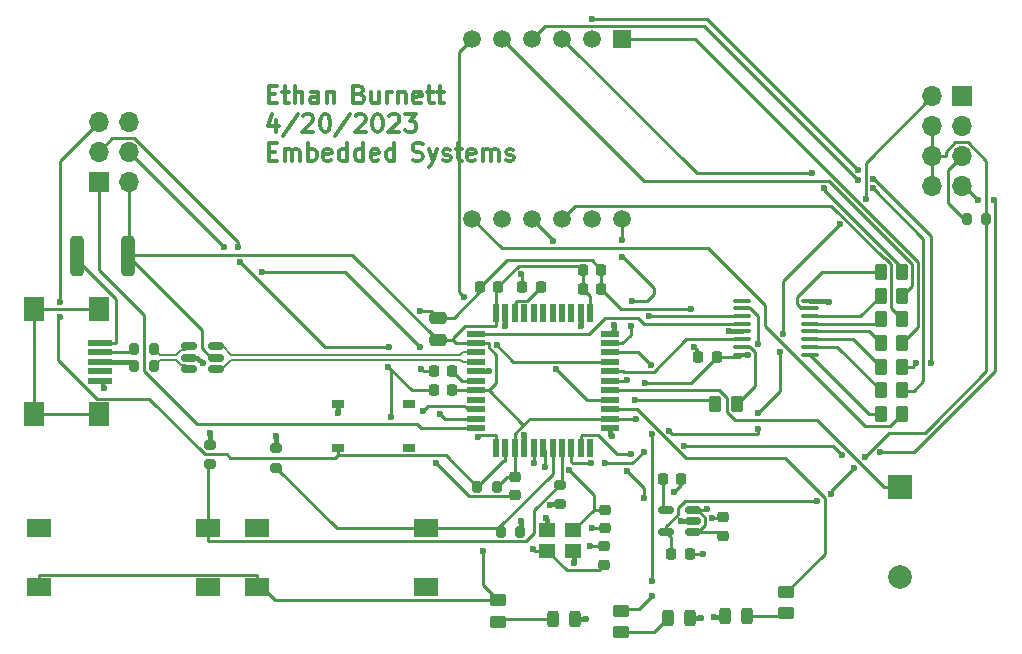
<source format=gbr>
%TF.GenerationSoftware,KiCad,Pcbnew,(7.0.0)*%
%TF.CreationDate,2023-04-20T18:01:31-06:00*%
%TF.ProjectId,PhaseBsheild,50686173-6542-4736-9865-696c642e6b69,rev?*%
%TF.SameCoordinates,Original*%
%TF.FileFunction,Copper,L1,Top*%
%TF.FilePolarity,Positive*%
%FSLAX46Y46*%
G04 Gerber Fmt 4.6, Leading zero omitted, Abs format (unit mm)*
G04 Created by KiCad (PCBNEW (7.0.0)) date 2023-04-20 18:01:31*
%MOMM*%
%LPD*%
G01*
G04 APERTURE LIST*
G04 Aperture macros list*
%AMRoundRect*
0 Rectangle with rounded corners*
0 $1 Rounding radius*
0 $2 $3 $4 $5 $6 $7 $8 $9 X,Y pos of 4 corners*
0 Add a 4 corners polygon primitive as box body*
4,1,4,$2,$3,$4,$5,$6,$7,$8,$9,$2,$3,0*
0 Add four circle primitives for the rounded corners*
1,1,$1+$1,$2,$3*
1,1,$1+$1,$4,$5*
1,1,$1+$1,$6,$7*
1,1,$1+$1,$8,$9*
0 Add four rect primitives between the rounded corners*
20,1,$1+$1,$2,$3,$4,$5,0*
20,1,$1+$1,$4,$5,$6,$7,0*
20,1,$1+$1,$6,$7,$8,$9,0*
20,1,$1+$1,$8,$9,$2,$3,0*%
G04 Aperture macros list end*
%ADD10C,0.300000*%
%TA.AperFunction,NonConductor*%
%ADD11C,0.300000*%
%TD*%
%TA.AperFunction,SMDPad,CuDef*%
%ADD12RoundRect,0.200000X0.200000X0.275000X-0.200000X0.275000X-0.200000X-0.275000X0.200000X-0.275000X0*%
%TD*%
%TA.AperFunction,SMDPad,CuDef*%
%ADD13RoundRect,0.250000X-0.262500X-0.450000X0.262500X-0.450000X0.262500X0.450000X-0.262500X0.450000X0*%
%TD*%
%TA.AperFunction,SMDPad,CuDef*%
%ADD14RoundRect,0.200000X-0.200000X-0.275000X0.200000X-0.275000X0.200000X0.275000X-0.200000X0.275000X0*%
%TD*%
%TA.AperFunction,SMDPad,CuDef*%
%ADD15RoundRect,0.225000X-0.225000X-0.250000X0.225000X-0.250000X0.225000X0.250000X-0.225000X0.250000X0*%
%TD*%
%TA.AperFunction,SMDPad,CuDef*%
%ADD16RoundRect,0.250000X-0.312500X-1.450000X0.312500X-1.450000X0.312500X1.450000X-0.312500X1.450000X0*%
%TD*%
%TA.AperFunction,SMDPad,CuDef*%
%ADD17RoundRect,0.250000X-0.450000X0.262500X-0.450000X-0.262500X0.450000X-0.262500X0.450000X0.262500X0*%
%TD*%
%TA.AperFunction,SMDPad,CuDef*%
%ADD18R,1.000000X0.700000*%
%TD*%
%TA.AperFunction,SMDPad,CuDef*%
%ADD19RoundRect,0.200000X0.275000X-0.200000X0.275000X0.200000X-0.275000X0.200000X-0.275000X-0.200000X0*%
%TD*%
%TA.AperFunction,SMDPad,CuDef*%
%ADD20R,1.400000X1.200000*%
%TD*%
%TA.AperFunction,SMDPad,CuDef*%
%ADD21RoundRect,0.200000X-0.275000X0.200000X-0.275000X-0.200000X0.275000X-0.200000X0.275000X0.200000X0*%
%TD*%
%TA.AperFunction,SMDPad,CuDef*%
%ADD22RoundRect,0.225000X0.225000X0.250000X-0.225000X0.250000X-0.225000X-0.250000X0.225000X-0.250000X0*%
%TD*%
%TA.AperFunction,SMDPad,CuDef*%
%ADD23RoundRect,0.150000X-0.512500X-0.150000X0.512500X-0.150000X0.512500X0.150000X-0.512500X0.150000X0*%
%TD*%
%TA.AperFunction,SMDPad,CuDef*%
%ADD24R,2.000000X1.500000*%
%TD*%
%TA.AperFunction,SMDPad,CuDef*%
%ADD25R,2.000000X0.500000*%
%TD*%
%TA.AperFunction,SMDPad,CuDef*%
%ADD26R,1.700000X2.000000*%
%TD*%
%TA.AperFunction,SMDPad,CuDef*%
%ADD27RoundRect,0.250000X0.262500X0.450000X-0.262500X0.450000X-0.262500X-0.450000X0.262500X-0.450000X0*%
%TD*%
%TA.AperFunction,SMDPad,CuDef*%
%ADD28R,1.500000X0.550000*%
%TD*%
%TA.AperFunction,SMDPad,CuDef*%
%ADD29R,0.550000X1.500000*%
%TD*%
%TA.AperFunction,SMDPad,CuDef*%
%ADD30RoundRect,0.225000X0.250000X-0.225000X0.250000X0.225000X-0.250000X0.225000X-0.250000X-0.225000X0*%
%TD*%
%TA.AperFunction,ComponentPad*%
%ADD31R,1.500000X1.500000*%
%TD*%
%TA.AperFunction,ComponentPad*%
%ADD32C,1.500000*%
%TD*%
%TA.AperFunction,SMDPad,CuDef*%
%ADD33RoundRect,0.100000X0.637500X0.100000X-0.637500X0.100000X-0.637500X-0.100000X0.637500X-0.100000X0*%
%TD*%
%TA.AperFunction,SMDPad,CuDef*%
%ADD34RoundRect,0.243750X0.243750X0.456250X-0.243750X0.456250X-0.243750X-0.456250X0.243750X-0.456250X0*%
%TD*%
%TA.AperFunction,SMDPad,CuDef*%
%ADD35RoundRect,0.225000X-0.250000X0.225000X-0.250000X-0.225000X0.250000X-0.225000X0.250000X0.225000X0*%
%TD*%
%TA.AperFunction,SMDPad,CuDef*%
%ADD36RoundRect,0.243750X-0.243750X-0.456250X0.243750X-0.456250X0.243750X0.456250X-0.243750X0.456250X0*%
%TD*%
%TA.AperFunction,ComponentPad*%
%ADD37R,2.000000X2.000000*%
%TD*%
%TA.AperFunction,ComponentPad*%
%ADD38C,2.000000*%
%TD*%
%TA.AperFunction,ComponentPad*%
%ADD39R,1.700000X1.700000*%
%TD*%
%TA.AperFunction,ComponentPad*%
%ADD40O,1.700000X1.700000*%
%TD*%
%TA.AperFunction,SMDPad,CuDef*%
%ADD41RoundRect,0.150000X0.512500X0.150000X-0.512500X0.150000X-0.512500X-0.150000X0.512500X-0.150000X0*%
%TD*%
%TA.AperFunction,SMDPad,CuDef*%
%ADD42RoundRect,0.250000X0.475000X-0.250000X0.475000X0.250000X-0.475000X0.250000X-0.475000X-0.250000X0*%
%TD*%
%TA.AperFunction,ViaPad*%
%ADD43C,0.600000*%
%TD*%
%TA.AperFunction,Conductor*%
%ADD44C,0.400000*%
%TD*%
%TA.AperFunction,Conductor*%
%ADD45C,0.250000*%
%TD*%
%TA.AperFunction,Conductor*%
%ADD46C,0.200000*%
%TD*%
G04 APERTURE END LIST*
D10*
D11*
X100057142Y-59227857D02*
X100557142Y-59227857D01*
X100771428Y-60013571D02*
X100057142Y-60013571D01*
X100057142Y-60013571D02*
X100057142Y-58513571D01*
X100057142Y-58513571D02*
X100771428Y-58513571D01*
X101200000Y-59013571D02*
X101771428Y-59013571D01*
X101414285Y-58513571D02*
X101414285Y-59799285D01*
X101414285Y-59799285D02*
X101485714Y-59942142D01*
X101485714Y-59942142D02*
X101628571Y-60013571D01*
X101628571Y-60013571D02*
X101771428Y-60013571D01*
X102271428Y-60013571D02*
X102271428Y-58513571D01*
X102914286Y-60013571D02*
X102914286Y-59227857D01*
X102914286Y-59227857D02*
X102842857Y-59085000D01*
X102842857Y-59085000D02*
X102700000Y-59013571D01*
X102700000Y-59013571D02*
X102485714Y-59013571D01*
X102485714Y-59013571D02*
X102342857Y-59085000D01*
X102342857Y-59085000D02*
X102271428Y-59156428D01*
X104271429Y-60013571D02*
X104271429Y-59227857D01*
X104271429Y-59227857D02*
X104200000Y-59085000D01*
X104200000Y-59085000D02*
X104057143Y-59013571D01*
X104057143Y-59013571D02*
X103771429Y-59013571D01*
X103771429Y-59013571D02*
X103628571Y-59085000D01*
X104271429Y-59942142D02*
X104128571Y-60013571D01*
X104128571Y-60013571D02*
X103771429Y-60013571D01*
X103771429Y-60013571D02*
X103628571Y-59942142D01*
X103628571Y-59942142D02*
X103557143Y-59799285D01*
X103557143Y-59799285D02*
X103557143Y-59656428D01*
X103557143Y-59656428D02*
X103628571Y-59513571D01*
X103628571Y-59513571D02*
X103771429Y-59442142D01*
X103771429Y-59442142D02*
X104128571Y-59442142D01*
X104128571Y-59442142D02*
X104271429Y-59370714D01*
X104985714Y-59013571D02*
X104985714Y-60013571D01*
X104985714Y-59156428D02*
X105057143Y-59085000D01*
X105057143Y-59085000D02*
X105200000Y-59013571D01*
X105200000Y-59013571D02*
X105414286Y-59013571D01*
X105414286Y-59013571D02*
X105557143Y-59085000D01*
X105557143Y-59085000D02*
X105628572Y-59227857D01*
X105628572Y-59227857D02*
X105628572Y-60013571D01*
X107742857Y-59227857D02*
X107957143Y-59299285D01*
X107957143Y-59299285D02*
X108028572Y-59370714D01*
X108028572Y-59370714D02*
X108100000Y-59513571D01*
X108100000Y-59513571D02*
X108100000Y-59727857D01*
X108100000Y-59727857D02*
X108028572Y-59870714D01*
X108028572Y-59870714D02*
X107957143Y-59942142D01*
X107957143Y-59942142D02*
X107814286Y-60013571D01*
X107814286Y-60013571D02*
X107242857Y-60013571D01*
X107242857Y-60013571D02*
X107242857Y-58513571D01*
X107242857Y-58513571D02*
X107742857Y-58513571D01*
X107742857Y-58513571D02*
X107885715Y-58585000D01*
X107885715Y-58585000D02*
X107957143Y-58656428D01*
X107957143Y-58656428D02*
X108028572Y-58799285D01*
X108028572Y-58799285D02*
X108028572Y-58942142D01*
X108028572Y-58942142D02*
X107957143Y-59085000D01*
X107957143Y-59085000D02*
X107885715Y-59156428D01*
X107885715Y-59156428D02*
X107742857Y-59227857D01*
X107742857Y-59227857D02*
X107242857Y-59227857D01*
X109385715Y-59013571D02*
X109385715Y-60013571D01*
X108742857Y-59013571D02*
X108742857Y-59799285D01*
X108742857Y-59799285D02*
X108814286Y-59942142D01*
X108814286Y-59942142D02*
X108957143Y-60013571D01*
X108957143Y-60013571D02*
X109171429Y-60013571D01*
X109171429Y-60013571D02*
X109314286Y-59942142D01*
X109314286Y-59942142D02*
X109385715Y-59870714D01*
X110100000Y-60013571D02*
X110100000Y-59013571D01*
X110100000Y-59299285D02*
X110171429Y-59156428D01*
X110171429Y-59156428D02*
X110242858Y-59085000D01*
X110242858Y-59085000D02*
X110385715Y-59013571D01*
X110385715Y-59013571D02*
X110528572Y-59013571D01*
X111028571Y-59013571D02*
X111028571Y-60013571D01*
X111028571Y-59156428D02*
X111100000Y-59085000D01*
X111100000Y-59085000D02*
X111242857Y-59013571D01*
X111242857Y-59013571D02*
X111457143Y-59013571D01*
X111457143Y-59013571D02*
X111600000Y-59085000D01*
X111600000Y-59085000D02*
X111671429Y-59227857D01*
X111671429Y-59227857D02*
X111671429Y-60013571D01*
X112957143Y-59942142D02*
X112814286Y-60013571D01*
X112814286Y-60013571D02*
X112528572Y-60013571D01*
X112528572Y-60013571D02*
X112385714Y-59942142D01*
X112385714Y-59942142D02*
X112314286Y-59799285D01*
X112314286Y-59799285D02*
X112314286Y-59227857D01*
X112314286Y-59227857D02*
X112385714Y-59085000D01*
X112385714Y-59085000D02*
X112528572Y-59013571D01*
X112528572Y-59013571D02*
X112814286Y-59013571D01*
X112814286Y-59013571D02*
X112957143Y-59085000D01*
X112957143Y-59085000D02*
X113028572Y-59227857D01*
X113028572Y-59227857D02*
X113028572Y-59370714D01*
X113028572Y-59370714D02*
X112314286Y-59513571D01*
X113457143Y-59013571D02*
X114028571Y-59013571D01*
X113671428Y-58513571D02*
X113671428Y-59799285D01*
X113671428Y-59799285D02*
X113742857Y-59942142D01*
X113742857Y-59942142D02*
X113885714Y-60013571D01*
X113885714Y-60013571D02*
X114028571Y-60013571D01*
X114314286Y-59013571D02*
X114885714Y-59013571D01*
X114528571Y-58513571D02*
X114528571Y-59799285D01*
X114528571Y-59799285D02*
X114600000Y-59942142D01*
X114600000Y-59942142D02*
X114742857Y-60013571D01*
X114742857Y-60013571D02*
X114885714Y-60013571D01*
X100700000Y-61443571D02*
X100700000Y-62443571D01*
X100342857Y-60872142D02*
X99985714Y-61943571D01*
X99985714Y-61943571D02*
X100914285Y-61943571D01*
X102557142Y-60872142D02*
X101271428Y-62800714D01*
X102985714Y-61086428D02*
X103057142Y-61015000D01*
X103057142Y-61015000D02*
X103200000Y-60943571D01*
X103200000Y-60943571D02*
X103557142Y-60943571D01*
X103557142Y-60943571D02*
X103700000Y-61015000D01*
X103700000Y-61015000D02*
X103771428Y-61086428D01*
X103771428Y-61086428D02*
X103842857Y-61229285D01*
X103842857Y-61229285D02*
X103842857Y-61372142D01*
X103842857Y-61372142D02*
X103771428Y-61586428D01*
X103771428Y-61586428D02*
X102914285Y-62443571D01*
X102914285Y-62443571D02*
X103842857Y-62443571D01*
X104771428Y-60943571D02*
X104914285Y-60943571D01*
X104914285Y-60943571D02*
X105057142Y-61015000D01*
X105057142Y-61015000D02*
X105128571Y-61086428D01*
X105128571Y-61086428D02*
X105199999Y-61229285D01*
X105199999Y-61229285D02*
X105271428Y-61515000D01*
X105271428Y-61515000D02*
X105271428Y-61872142D01*
X105271428Y-61872142D02*
X105199999Y-62157857D01*
X105199999Y-62157857D02*
X105128571Y-62300714D01*
X105128571Y-62300714D02*
X105057142Y-62372142D01*
X105057142Y-62372142D02*
X104914285Y-62443571D01*
X104914285Y-62443571D02*
X104771428Y-62443571D01*
X104771428Y-62443571D02*
X104628571Y-62372142D01*
X104628571Y-62372142D02*
X104557142Y-62300714D01*
X104557142Y-62300714D02*
X104485713Y-62157857D01*
X104485713Y-62157857D02*
X104414285Y-61872142D01*
X104414285Y-61872142D02*
X104414285Y-61515000D01*
X104414285Y-61515000D02*
X104485713Y-61229285D01*
X104485713Y-61229285D02*
X104557142Y-61086428D01*
X104557142Y-61086428D02*
X104628571Y-61015000D01*
X104628571Y-61015000D02*
X104771428Y-60943571D01*
X106985713Y-60872142D02*
X105699999Y-62800714D01*
X107414285Y-61086428D02*
X107485713Y-61015000D01*
X107485713Y-61015000D02*
X107628571Y-60943571D01*
X107628571Y-60943571D02*
X107985713Y-60943571D01*
X107985713Y-60943571D02*
X108128571Y-61015000D01*
X108128571Y-61015000D02*
X108199999Y-61086428D01*
X108199999Y-61086428D02*
X108271428Y-61229285D01*
X108271428Y-61229285D02*
X108271428Y-61372142D01*
X108271428Y-61372142D02*
X108199999Y-61586428D01*
X108199999Y-61586428D02*
X107342856Y-62443571D01*
X107342856Y-62443571D02*
X108271428Y-62443571D01*
X109199999Y-60943571D02*
X109342856Y-60943571D01*
X109342856Y-60943571D02*
X109485713Y-61015000D01*
X109485713Y-61015000D02*
X109557142Y-61086428D01*
X109557142Y-61086428D02*
X109628570Y-61229285D01*
X109628570Y-61229285D02*
X109699999Y-61515000D01*
X109699999Y-61515000D02*
X109699999Y-61872142D01*
X109699999Y-61872142D02*
X109628570Y-62157857D01*
X109628570Y-62157857D02*
X109557142Y-62300714D01*
X109557142Y-62300714D02*
X109485713Y-62372142D01*
X109485713Y-62372142D02*
X109342856Y-62443571D01*
X109342856Y-62443571D02*
X109199999Y-62443571D01*
X109199999Y-62443571D02*
X109057142Y-62372142D01*
X109057142Y-62372142D02*
X108985713Y-62300714D01*
X108985713Y-62300714D02*
X108914284Y-62157857D01*
X108914284Y-62157857D02*
X108842856Y-61872142D01*
X108842856Y-61872142D02*
X108842856Y-61515000D01*
X108842856Y-61515000D02*
X108914284Y-61229285D01*
X108914284Y-61229285D02*
X108985713Y-61086428D01*
X108985713Y-61086428D02*
X109057142Y-61015000D01*
X109057142Y-61015000D02*
X109199999Y-60943571D01*
X110271427Y-61086428D02*
X110342855Y-61015000D01*
X110342855Y-61015000D02*
X110485713Y-60943571D01*
X110485713Y-60943571D02*
X110842855Y-60943571D01*
X110842855Y-60943571D02*
X110985713Y-61015000D01*
X110985713Y-61015000D02*
X111057141Y-61086428D01*
X111057141Y-61086428D02*
X111128570Y-61229285D01*
X111128570Y-61229285D02*
X111128570Y-61372142D01*
X111128570Y-61372142D02*
X111057141Y-61586428D01*
X111057141Y-61586428D02*
X110199998Y-62443571D01*
X110199998Y-62443571D02*
X111128570Y-62443571D01*
X111628569Y-60943571D02*
X112557141Y-60943571D01*
X112557141Y-60943571D02*
X112057141Y-61515000D01*
X112057141Y-61515000D02*
X112271426Y-61515000D01*
X112271426Y-61515000D02*
X112414284Y-61586428D01*
X112414284Y-61586428D02*
X112485712Y-61657857D01*
X112485712Y-61657857D02*
X112557141Y-61800714D01*
X112557141Y-61800714D02*
X112557141Y-62157857D01*
X112557141Y-62157857D02*
X112485712Y-62300714D01*
X112485712Y-62300714D02*
X112414284Y-62372142D01*
X112414284Y-62372142D02*
X112271426Y-62443571D01*
X112271426Y-62443571D02*
X111842855Y-62443571D01*
X111842855Y-62443571D02*
X111699998Y-62372142D01*
X111699998Y-62372142D02*
X111628569Y-62300714D01*
X100057142Y-64087857D02*
X100557142Y-64087857D01*
X100771428Y-64873571D02*
X100057142Y-64873571D01*
X100057142Y-64873571D02*
X100057142Y-63373571D01*
X100057142Y-63373571D02*
X100771428Y-63373571D01*
X101414285Y-64873571D02*
X101414285Y-63873571D01*
X101414285Y-64016428D02*
X101485714Y-63945000D01*
X101485714Y-63945000D02*
X101628571Y-63873571D01*
X101628571Y-63873571D02*
X101842857Y-63873571D01*
X101842857Y-63873571D02*
X101985714Y-63945000D01*
X101985714Y-63945000D02*
X102057143Y-64087857D01*
X102057143Y-64087857D02*
X102057143Y-64873571D01*
X102057143Y-64087857D02*
X102128571Y-63945000D01*
X102128571Y-63945000D02*
X102271428Y-63873571D01*
X102271428Y-63873571D02*
X102485714Y-63873571D01*
X102485714Y-63873571D02*
X102628571Y-63945000D01*
X102628571Y-63945000D02*
X102700000Y-64087857D01*
X102700000Y-64087857D02*
X102700000Y-64873571D01*
X103414285Y-64873571D02*
X103414285Y-63373571D01*
X103414285Y-63945000D02*
X103557143Y-63873571D01*
X103557143Y-63873571D02*
X103842857Y-63873571D01*
X103842857Y-63873571D02*
X103985714Y-63945000D01*
X103985714Y-63945000D02*
X104057143Y-64016428D01*
X104057143Y-64016428D02*
X104128571Y-64159285D01*
X104128571Y-64159285D02*
X104128571Y-64587857D01*
X104128571Y-64587857D02*
X104057143Y-64730714D01*
X104057143Y-64730714D02*
X103985714Y-64802142D01*
X103985714Y-64802142D02*
X103842857Y-64873571D01*
X103842857Y-64873571D02*
X103557143Y-64873571D01*
X103557143Y-64873571D02*
X103414285Y-64802142D01*
X105342857Y-64802142D02*
X105200000Y-64873571D01*
X105200000Y-64873571D02*
X104914286Y-64873571D01*
X104914286Y-64873571D02*
X104771428Y-64802142D01*
X104771428Y-64802142D02*
X104700000Y-64659285D01*
X104700000Y-64659285D02*
X104700000Y-64087857D01*
X104700000Y-64087857D02*
X104771428Y-63945000D01*
X104771428Y-63945000D02*
X104914286Y-63873571D01*
X104914286Y-63873571D02*
X105200000Y-63873571D01*
X105200000Y-63873571D02*
X105342857Y-63945000D01*
X105342857Y-63945000D02*
X105414286Y-64087857D01*
X105414286Y-64087857D02*
X105414286Y-64230714D01*
X105414286Y-64230714D02*
X104700000Y-64373571D01*
X106700000Y-64873571D02*
X106700000Y-63373571D01*
X106700000Y-64802142D02*
X106557142Y-64873571D01*
X106557142Y-64873571D02*
X106271428Y-64873571D01*
X106271428Y-64873571D02*
X106128571Y-64802142D01*
X106128571Y-64802142D02*
X106057142Y-64730714D01*
X106057142Y-64730714D02*
X105985714Y-64587857D01*
X105985714Y-64587857D02*
X105985714Y-64159285D01*
X105985714Y-64159285D02*
X106057142Y-64016428D01*
X106057142Y-64016428D02*
X106128571Y-63945000D01*
X106128571Y-63945000D02*
X106271428Y-63873571D01*
X106271428Y-63873571D02*
X106557142Y-63873571D01*
X106557142Y-63873571D02*
X106700000Y-63945000D01*
X108057143Y-64873571D02*
X108057143Y-63373571D01*
X108057143Y-64802142D02*
X107914285Y-64873571D01*
X107914285Y-64873571D02*
X107628571Y-64873571D01*
X107628571Y-64873571D02*
X107485714Y-64802142D01*
X107485714Y-64802142D02*
X107414285Y-64730714D01*
X107414285Y-64730714D02*
X107342857Y-64587857D01*
X107342857Y-64587857D02*
X107342857Y-64159285D01*
X107342857Y-64159285D02*
X107414285Y-64016428D01*
X107414285Y-64016428D02*
X107485714Y-63945000D01*
X107485714Y-63945000D02*
X107628571Y-63873571D01*
X107628571Y-63873571D02*
X107914285Y-63873571D01*
X107914285Y-63873571D02*
X108057143Y-63945000D01*
X109342857Y-64802142D02*
X109200000Y-64873571D01*
X109200000Y-64873571D02*
X108914286Y-64873571D01*
X108914286Y-64873571D02*
X108771428Y-64802142D01*
X108771428Y-64802142D02*
X108700000Y-64659285D01*
X108700000Y-64659285D02*
X108700000Y-64087857D01*
X108700000Y-64087857D02*
X108771428Y-63945000D01*
X108771428Y-63945000D02*
X108914286Y-63873571D01*
X108914286Y-63873571D02*
X109200000Y-63873571D01*
X109200000Y-63873571D02*
X109342857Y-63945000D01*
X109342857Y-63945000D02*
X109414286Y-64087857D01*
X109414286Y-64087857D02*
X109414286Y-64230714D01*
X109414286Y-64230714D02*
X108700000Y-64373571D01*
X110700000Y-64873571D02*
X110700000Y-63373571D01*
X110700000Y-64802142D02*
X110557142Y-64873571D01*
X110557142Y-64873571D02*
X110271428Y-64873571D01*
X110271428Y-64873571D02*
X110128571Y-64802142D01*
X110128571Y-64802142D02*
X110057142Y-64730714D01*
X110057142Y-64730714D02*
X109985714Y-64587857D01*
X109985714Y-64587857D02*
X109985714Y-64159285D01*
X109985714Y-64159285D02*
X110057142Y-64016428D01*
X110057142Y-64016428D02*
X110128571Y-63945000D01*
X110128571Y-63945000D02*
X110271428Y-63873571D01*
X110271428Y-63873571D02*
X110557142Y-63873571D01*
X110557142Y-63873571D02*
X110700000Y-63945000D01*
X112242857Y-64802142D02*
X112457143Y-64873571D01*
X112457143Y-64873571D02*
X112814285Y-64873571D01*
X112814285Y-64873571D02*
X112957143Y-64802142D01*
X112957143Y-64802142D02*
X113028571Y-64730714D01*
X113028571Y-64730714D02*
X113100000Y-64587857D01*
X113100000Y-64587857D02*
X113100000Y-64445000D01*
X113100000Y-64445000D02*
X113028571Y-64302142D01*
X113028571Y-64302142D02*
X112957143Y-64230714D01*
X112957143Y-64230714D02*
X112814285Y-64159285D01*
X112814285Y-64159285D02*
X112528571Y-64087857D01*
X112528571Y-64087857D02*
X112385714Y-64016428D01*
X112385714Y-64016428D02*
X112314285Y-63945000D01*
X112314285Y-63945000D02*
X112242857Y-63802142D01*
X112242857Y-63802142D02*
X112242857Y-63659285D01*
X112242857Y-63659285D02*
X112314285Y-63516428D01*
X112314285Y-63516428D02*
X112385714Y-63445000D01*
X112385714Y-63445000D02*
X112528571Y-63373571D01*
X112528571Y-63373571D02*
X112885714Y-63373571D01*
X112885714Y-63373571D02*
X113100000Y-63445000D01*
X113599999Y-63873571D02*
X113957142Y-64873571D01*
X114314285Y-63873571D02*
X113957142Y-64873571D01*
X113957142Y-64873571D02*
X113814285Y-65230714D01*
X113814285Y-65230714D02*
X113742856Y-65302142D01*
X113742856Y-65302142D02*
X113599999Y-65373571D01*
X114814285Y-64802142D02*
X114957142Y-64873571D01*
X114957142Y-64873571D02*
X115242856Y-64873571D01*
X115242856Y-64873571D02*
X115385713Y-64802142D01*
X115385713Y-64802142D02*
X115457142Y-64659285D01*
X115457142Y-64659285D02*
X115457142Y-64587857D01*
X115457142Y-64587857D02*
X115385713Y-64445000D01*
X115385713Y-64445000D02*
X115242856Y-64373571D01*
X115242856Y-64373571D02*
X115028571Y-64373571D01*
X115028571Y-64373571D02*
X114885713Y-64302142D01*
X114885713Y-64302142D02*
X114814285Y-64159285D01*
X114814285Y-64159285D02*
X114814285Y-64087857D01*
X114814285Y-64087857D02*
X114885713Y-63945000D01*
X114885713Y-63945000D02*
X115028571Y-63873571D01*
X115028571Y-63873571D02*
X115242856Y-63873571D01*
X115242856Y-63873571D02*
X115385713Y-63945000D01*
X115885714Y-63873571D02*
X116457142Y-63873571D01*
X116099999Y-63373571D02*
X116099999Y-64659285D01*
X116099999Y-64659285D02*
X116171428Y-64802142D01*
X116171428Y-64802142D02*
X116314285Y-64873571D01*
X116314285Y-64873571D02*
X116457142Y-64873571D01*
X117528571Y-64802142D02*
X117385714Y-64873571D01*
X117385714Y-64873571D02*
X117100000Y-64873571D01*
X117100000Y-64873571D02*
X116957142Y-64802142D01*
X116957142Y-64802142D02*
X116885714Y-64659285D01*
X116885714Y-64659285D02*
X116885714Y-64087857D01*
X116885714Y-64087857D02*
X116957142Y-63945000D01*
X116957142Y-63945000D02*
X117100000Y-63873571D01*
X117100000Y-63873571D02*
X117385714Y-63873571D01*
X117385714Y-63873571D02*
X117528571Y-63945000D01*
X117528571Y-63945000D02*
X117600000Y-64087857D01*
X117600000Y-64087857D02*
X117600000Y-64230714D01*
X117600000Y-64230714D02*
X116885714Y-64373571D01*
X118242856Y-64873571D02*
X118242856Y-63873571D01*
X118242856Y-64016428D02*
X118314285Y-63945000D01*
X118314285Y-63945000D02*
X118457142Y-63873571D01*
X118457142Y-63873571D02*
X118671428Y-63873571D01*
X118671428Y-63873571D02*
X118814285Y-63945000D01*
X118814285Y-63945000D02*
X118885714Y-64087857D01*
X118885714Y-64087857D02*
X118885714Y-64873571D01*
X118885714Y-64087857D02*
X118957142Y-63945000D01*
X118957142Y-63945000D02*
X119099999Y-63873571D01*
X119099999Y-63873571D02*
X119314285Y-63873571D01*
X119314285Y-63873571D02*
X119457142Y-63945000D01*
X119457142Y-63945000D02*
X119528571Y-64087857D01*
X119528571Y-64087857D02*
X119528571Y-64873571D01*
X120171428Y-64802142D02*
X120314285Y-64873571D01*
X120314285Y-64873571D02*
X120599999Y-64873571D01*
X120599999Y-64873571D02*
X120742856Y-64802142D01*
X120742856Y-64802142D02*
X120814285Y-64659285D01*
X120814285Y-64659285D02*
X120814285Y-64587857D01*
X120814285Y-64587857D02*
X120742856Y-64445000D01*
X120742856Y-64445000D02*
X120599999Y-64373571D01*
X120599999Y-64373571D02*
X120385714Y-64373571D01*
X120385714Y-64373571D02*
X120242856Y-64302142D01*
X120242856Y-64302142D02*
X120171428Y-64159285D01*
X120171428Y-64159285D02*
X120171428Y-64087857D01*
X120171428Y-64087857D02*
X120242856Y-63945000D01*
X120242856Y-63945000D02*
X120385714Y-63873571D01*
X120385714Y-63873571D02*
X120599999Y-63873571D01*
X120599999Y-63873571D02*
X120742856Y-63945000D01*
D12*
%TO.P,R17,1*%
%TO.N,+3.3V*%
X160800000Y-69800000D03*
%TO.P,R17,2*%
%TO.N,Net-(J2-Pin_5)*%
X159150000Y-69800000D03*
%TD*%
D13*
%TO.P,R7,1*%
%TO.N,e*%
X151900000Y-80300000D03*
%TO.P,R7,2*%
%TO.N,Net-(U2-e)*%
X153725000Y-80300000D03*
%TD*%
D14*
%TO.P,R15,1*%
%TO.N,Net-(J1-D+)*%
X88665300Y-82281800D03*
%TO.P,R15,2*%
%TO.N,USB_CONN_D+*%
X90315300Y-82281800D03*
%TD*%
D15*
%TO.P,C7,1*%
%TO.N,+5V*%
X126650000Y-74100000D03*
%TO.P,C7,2*%
%TO.N,Net-(C3-Pad2)*%
X128200000Y-74100000D03*
%TD*%
D16*
%TO.P,F1,1*%
%TO.N,Net-(J1-VBUS)*%
X83862500Y-72900000D03*
%TO.P,F1,2*%
%TO.N,+5V*%
X88137500Y-72900000D03*
%TD*%
D17*
%TO.P,R2,1*%
%TO.N,Red_LED*%
X129900000Y-102975000D03*
%TO.P,R2,2*%
%TO.N,Net-(D2-A)*%
X129900000Y-104800000D03*
%TD*%
D18*
%TO.P,S3,1*%
%TO.N,GND*%
X105912499Y-85449999D03*
%TO.P,S3,2*%
%TO.N,N/C*%
X111912499Y-85449999D03*
%TO.P,S3,3*%
%TO.N,RST*%
X105912499Y-89149999D03*
%TO.P,S3,4*%
%TO.N,N/C*%
X111912499Y-89149999D03*
%TD*%
D19*
%TO.P,R21,1*%
%TO.N,Button_1*%
X95100000Y-90550000D03*
%TO.P,R21,2*%
%TO.N,GND*%
X95100000Y-88900000D03*
%TD*%
D14*
%TO.P,R16,1*%
%TO.N,Net-(J1-D-)*%
X88665300Y-80781800D03*
%TO.P,R16,2*%
%TO.N,USB_CONN_D-*%
X90315300Y-80781800D03*
%TD*%
D20*
%TO.P,Y1,1,1*%
%TO.N,XTAL1*%
X125856099Y-96173799D03*
%TO.P,Y1,2,2*%
%TO.N,GND*%
X123656099Y-96173799D03*
%TO.P,Y1,3,3*%
%TO.N,XTAL2*%
X123656099Y-97873799D03*
%TO.P,Y1,4,4*%
%TO.N,GND*%
X125856099Y-97873799D03*
%TD*%
D21*
%TO.P,R11,1*%
%TO.N,Button_1*%
X124700000Y-92300000D03*
%TO.P,R11,2*%
%TO.N,GND*%
X124700000Y-93950000D03*
%TD*%
D22*
%TO.P,C9,1*%
%TO.N,+5V*%
X119511100Y-75573800D03*
%TO.P,C9,2*%
%TO.N,Net-(C3-Pad2)*%
X117961100Y-75573800D03*
%TD*%
D17*
%TO.P,R14,1*%
%TO.N,+5V*%
X119500000Y-102075000D03*
%TO.P,R14,2*%
%TO.N,Net-(D3-A)*%
X119500000Y-103900000D03*
%TD*%
D23*
%TO.P,U4,1,I/O1*%
%TO.N,USB_CONN_D-*%
X93315300Y-80581800D03*
%TO.P,U4,2,GND*%
%TO.N,GND*%
X93315300Y-81531800D03*
%TO.P,U4,3,I/O2*%
%TO.N,USB_CONN_D+*%
X93315300Y-82481800D03*
%TO.P,U4,4,I/O2*%
%TO.N,USB_D+*%
X95590300Y-82481800D03*
%TO.P,U4,5,VBUS*%
%TO.N,+5V*%
X95590300Y-81531800D03*
%TO.P,U4,6,I/O1*%
%TO.N,USB_D-*%
X95590300Y-80581800D03*
%TD*%
D24*
%TO.P,S2,A1,NO_1*%
%TO.N,unconnected-(S2-NO_1-PadA1)*%
X99099999Y-95999999D03*
%TO.P,S2,B1,NO_2*%
%TO.N,Button_2*%
X113399999Y-95999999D03*
%TO.P,S2,C1,COM_1*%
%TO.N,+5V*%
X99099999Y-100999999D03*
%TO.P,S2,D1,COM_2*%
%TO.N,unconnected-(S2-COM_2-PadD1)*%
X113399999Y-100999999D03*
%TD*%
D22*
%TO.P,C8,1*%
%TO.N,+5V*%
X115575000Y-84300000D03*
%TO.P,C8,2*%
%TO.N,Net-(C3-Pad2)*%
X114025000Y-84300000D03*
%TD*%
D25*
%TO.P,J1,1,VBUS*%
%TO.N,Net-(J1-VBUS)*%
X85774999Y-80299999D03*
%TO.P,J1,2,D-*%
%TO.N,Net-(J1-D-)*%
X85774999Y-81099999D03*
%TO.P,J1,3,D+*%
%TO.N,Net-(J1-D+)*%
X85774999Y-81899999D03*
%TO.P,J1,4,ID*%
%TO.N,unconnected-(J1-ID-Pad4)*%
X85774999Y-82699999D03*
%TO.P,J1,5,GND*%
%TO.N,GND*%
X85774999Y-83499999D03*
D26*
%TO.P,J1,6,Shield*%
%TO.N,unconnected-(J1-Shield-Pad6)*%
X85674999Y-77449999D03*
X80224999Y-77449999D03*
X85674999Y-86349999D03*
X80224999Y-86349999D03*
%TD*%
D15*
%TO.P,C14,1*%
%TO.N,+3.3V*%
X134150000Y-98200000D03*
%TO.P,C14,2*%
%TO.N,GND*%
X135700000Y-98200000D03*
%TD*%
D27*
%TO.P,R3,1*%
%TO.N,a*%
X139700000Y-85500000D03*
%TO.P,R3,2*%
%TO.N,Net-(U2-a)*%
X137875000Y-85500000D03*
%TD*%
D13*
%TO.P,R4,1*%
%TO.N,b*%
X151875000Y-86300000D03*
%TO.P,R4,2*%
%TO.N,Net-(U2-b)*%
X153700000Y-86300000D03*
%TD*%
D17*
%TO.P,R1,1*%
%TO.N,Green_LED*%
X143900000Y-101375000D03*
%TO.P,R1,2*%
%TO.N,Net-(D1-A)*%
X143900000Y-103200000D03*
%TD*%
D15*
%TO.P,C5,1*%
%TO.N,+5V*%
X126650000Y-75700000D03*
%TO.P,C5,2*%
%TO.N,Net-(C3-Pad2)*%
X128200000Y-75700000D03*
%TD*%
D14*
%TO.P,R12,1*%
%TO.N,Button_2*%
X119731100Y-96273800D03*
%TO.P,R12,2*%
%TO.N,GND*%
X121381100Y-96273800D03*
%TD*%
D28*
%TO.P,U3,1,PE6*%
%TO.N,ST_CP*%
X117599999Y-79499999D03*
%TO.P,U3,2,UVCC*%
%TO.N,+5V*%
X117599999Y-80299999D03*
%TO.P,U3,3,D-*%
%TO.N,USB_D-*%
X117599999Y-81099999D03*
%TO.P,U3,4,D+*%
%TO.N,USB_D+*%
X117599999Y-81899999D03*
%TO.P,U3,5,UGND*%
%TO.N,GND*%
X117599999Y-82699999D03*
%TO.P,U3,6,UCAP*%
%TO.N,/UCAP*%
X117599999Y-83499999D03*
%TO.P,U3,7,VBUS*%
%TO.N,+5V*%
X117599999Y-84299999D03*
%TO.P,U3,8,PB0*%
%TO.N,unconnected-(U3-PB0-Pad8)*%
X117599999Y-85099999D03*
%TO.P,U3,9,PB1*%
%TO.N,SCK*%
X117599999Y-85899999D03*
%TO.P,U3,10,PB2*%
%TO.N,MOSI*%
X117599999Y-86699999D03*
%TO.P,U3,11,PB3*%
%TO.N,MISO*%
X117599999Y-87499999D03*
D29*
%TO.P,U3,12,PB7*%
%TO.N,Dig3*%
X119299999Y-89199999D03*
%TO.P,U3,13,~{RESET}*%
%TO.N,RST*%
X120099999Y-89199999D03*
%TO.P,U3,14,VCC*%
%TO.N,+5V*%
X120899999Y-89199999D03*
%TO.P,U3,15,GND*%
%TO.N,GND*%
X121699999Y-89199999D03*
%TO.P,U3,16,XTAL2*%
%TO.N,XTAL2*%
X122499999Y-89199999D03*
%TO.P,U3,17,XTAL1*%
%TO.N,XTAL1*%
X123299999Y-89199999D03*
%TO.P,U3,18,PD0*%
%TO.N,Button_2*%
X124099999Y-89199999D03*
%TO.P,U3,19,PD1*%
%TO.N,Button_1*%
X124899999Y-89199999D03*
%TO.P,U3,20,PD2*%
%TO.N,TX*%
X125699999Y-89199999D03*
%TO.P,U3,21,PD3*%
%TO.N,RX*%
X126499999Y-89199999D03*
%TO.P,U3,22,PD5*%
%TO.N,unconnected-(U3-PD5-Pad22)*%
X127299999Y-89199999D03*
D28*
%TO.P,U3,23,GND*%
%TO.N,GND*%
X128999999Y-87499999D03*
%TO.P,U3,24,AVCC*%
%TO.N,+5V*%
X128999999Y-86699999D03*
%TO.P,U3,25,PD4*%
%TO.N,Green_LED*%
X128999999Y-85899999D03*
%TO.P,U3,26,PD6*%
%TO.N,Dig2*%
X128999999Y-85099999D03*
%TO.P,U3,27,PD7*%
%TO.N,Buzzer*%
X128999999Y-84299999D03*
%TO.P,U3,28,PB4*%
%TO.N,SH_CP*%
X128999999Y-83499999D03*
%TO.P,U3,29,PB5*%
%TO.N,DS*%
X128999999Y-82699999D03*
%TO.P,U3,30,PB6*%
%TO.N,Dig4*%
X128999999Y-81899999D03*
%TO.P,U3,31,PC6*%
%TO.N,Red_LED*%
X128999999Y-81099999D03*
%TO.P,U3,32,PC7*%
%TO.N,Dig1*%
X128999999Y-80299999D03*
%TO.P,U3,33,~{HWB}/PE2*%
%TO.N,GND*%
X128999999Y-79499999D03*
D29*
%TO.P,U3,34,VCC*%
%TO.N,+5V*%
X127299999Y-77799999D03*
%TO.P,U3,35,GND*%
%TO.N,GND*%
X126499999Y-77799999D03*
%TO.P,U3,36,PF7*%
%TO.N,unconnected-(U3-PF7-Pad36)*%
X125699999Y-77799999D03*
%TO.P,U3,37,PF6*%
%TO.N,unconnected-(U3-PF6-Pad37)*%
X124899999Y-77799999D03*
%TO.P,U3,38,PF5*%
%TO.N,unconnected-(U3-PF5-Pad38)*%
X124099999Y-77799999D03*
%TO.P,U3,39,PF4*%
%TO.N,unconnected-(U3-PF4-Pad39)*%
X123299999Y-77799999D03*
%TO.P,U3,40,PF1*%
%TO.N,unconnected-(U3-PF1-Pad40)*%
X122499999Y-77799999D03*
%TO.P,U3,41,PF0*%
%TO.N,unconnected-(U3-PF0-Pad41)*%
X121699999Y-77799999D03*
%TO.P,U3,42,AREF*%
%TO.N,/AREF*%
X120899999Y-77799999D03*
%TO.P,U3,43,GND*%
%TO.N,GND*%
X120099999Y-77799999D03*
%TO.P,U3,44,AVCC*%
%TO.N,+5V*%
X119299999Y-77799999D03*
%TD*%
D13*
%TO.P,R10,1*%
%TO.N,dp*%
X151875000Y-74300000D03*
%TO.P,R10,2*%
%TO.N,Net-(U2-DPX)*%
X153700000Y-74300000D03*
%TD*%
%TO.P,R5,1*%
%TO.N,c*%
X151875000Y-84300000D03*
%TO.P,R5,2*%
%TO.N,Net-(U2-c)*%
X153700000Y-84300000D03*
%TD*%
D30*
%TO.P,C13,1*%
%TO.N,+5V*%
X138500000Y-96620000D03*
%TO.P,C13,2*%
%TO.N,GND*%
X138500000Y-95070000D03*
%TD*%
D31*
%TO.P,U2,1,e*%
%TO.N,Net-(U2-e)*%
X129968899Y-54548699D03*
D32*
%TO.P,U2,2,d*%
%TO.N,Net-(U2-d)*%
X127428900Y-54548700D03*
%TO.P,U2,3,DPX*%
%TO.N,Net-(U2-DPX)*%
X124888900Y-54548700D03*
%TO.P,U2,4,c*%
%TO.N,Net-(U2-c)*%
X122348900Y-54548700D03*
%TO.P,U2,5,g*%
%TO.N,Net-(U2-g)*%
X119808900Y-54548700D03*
%TO.P,U2,6,CA4*%
%TO.N,Dig4*%
X117268900Y-54548700D03*
%TO.P,U2,7,b*%
%TO.N,Net-(U2-b)*%
X117268900Y-69788700D03*
%TO.P,U2,8,CA3*%
%TO.N,Dig3*%
X119808900Y-69788700D03*
%TO.P,U2,9,CA2*%
%TO.N,Dig2*%
X122348900Y-69788700D03*
%TO.P,U2,10,f*%
%TO.N,Net-(U2-f)*%
X124888900Y-69788700D03*
%TO.P,U2,11,a*%
%TO.N,Net-(U2-a)*%
X127428900Y-69788700D03*
%TO.P,U2,12,CA1*%
%TO.N,Dig1*%
X129968900Y-69788700D03*
%TD*%
D33*
%TO.P,U1,1,QB*%
%TO.N,b*%
X145862500Y-81275000D03*
%TO.P,U1,2,QC*%
%TO.N,c*%
X145862500Y-80625000D03*
%TO.P,U1,3,QD*%
%TO.N,d*%
X145862500Y-79975000D03*
%TO.P,U1,4,QE*%
%TO.N,e*%
X145862500Y-79325000D03*
%TO.P,U1,5,QF*%
%TO.N,f*%
X145862500Y-78675000D03*
%TO.P,U1,6,QG*%
%TO.N,g*%
X145862500Y-78025000D03*
%TO.P,U1,7,QH*%
%TO.N,dp*%
X145862500Y-77375000D03*
%TO.P,U1,8,GND*%
%TO.N,GND*%
X145862500Y-76725000D03*
%TO.P,U1,9,QH'*%
%TO.N,unconnected-(U1-QH'-Pad9)*%
X140137500Y-76725000D03*
%TO.P,U1,10,~{SRCLR}*%
%TO.N,+5V*%
X140137500Y-77375000D03*
%TO.P,U1,11,SRCLK*%
%TO.N,SH_CP*%
X140137500Y-78025000D03*
%TO.P,U1,12,RCLK*%
%TO.N,ST_CP*%
X140137500Y-78675000D03*
%TO.P,U1,13,~{OE}*%
%TO.N,GND*%
X140137500Y-79325000D03*
%TO.P,U1,14,SER*%
%TO.N,DS*%
X140137500Y-79975000D03*
%TO.P,U1,15,QA*%
%TO.N,a*%
X140137500Y-80625000D03*
%TO.P,U1,16,VCC*%
%TO.N,+5V*%
X140137500Y-81275000D03*
%TD*%
D34*
%TO.P,D2,1,K*%
%TO.N,GND*%
X135775000Y-103600000D03*
%TO.P,D2,2,A*%
%TO.N,Net-(D2-A)*%
X133900000Y-103600000D03*
%TD*%
%TO.P,D3,1,K*%
%TO.N,GND*%
X126000000Y-103700000D03*
%TO.P,D3,2,A*%
%TO.N,Net-(D3-A)*%
X124125000Y-103700000D03*
%TD*%
D35*
%TO.P,C3,1*%
%TO.N,+5V*%
X120900000Y-91650000D03*
%TO.P,C3,2*%
%TO.N,Net-(C3-Pad2)*%
X120900000Y-93200000D03*
%TD*%
D12*
%TO.P,R13,1*%
%TO.N,+5V*%
X119381100Y-92473800D03*
%TO.P,R13,2*%
%TO.N,RST*%
X117731100Y-92473800D03*
%TD*%
D36*
%TO.P,D1,1,K*%
%TO.N,GND*%
X138725000Y-103400000D03*
%TO.P,D1,2,A*%
%TO.N,Net-(D1-A)*%
X140600000Y-103400000D03*
%TD*%
D22*
%TO.P,C11,1*%
%TO.N,/AREF*%
X123100000Y-75600000D03*
%TO.P,C11,2*%
%TO.N,GND*%
X121550000Y-75600000D03*
%TD*%
%TO.P,C10,1*%
%TO.N,/UCAP*%
X115600000Y-82700000D03*
%TO.P,C10,2*%
%TO.N,GND*%
X114050000Y-82700000D03*
%TD*%
D37*
%TO.P,LS1,1,1*%
%TO.N,Buzzer*%
X153499999Y-92499999D03*
D38*
%TO.P,LS1,2,2*%
%TO.N,GND*%
X153500000Y-100100000D03*
%TD*%
D39*
%TO.P,J2,1,Pin_1*%
%TO.N,GND*%
X158759999Y-59419999D03*
D40*
%TO.P,J2,2,Pin_2*%
%TO.N,TX*%
X156219999Y-59419999D03*
%TO.P,J2,3,Pin_3*%
%TO.N,unconnected-(J2-Pin_3-Pad3)*%
X158759999Y-61959999D03*
%TO.P,J2,4,Pin_4*%
%TO.N,+3.3V*%
X156219999Y-61959999D03*
%TO.P,J2,5,Pin_5*%
%TO.N,Net-(J2-Pin_5)*%
X158759999Y-64499999D03*
%TO.P,J2,6,Pin_6*%
%TO.N,+3.3V*%
X156219999Y-64499999D03*
%TO.P,J2,7,Pin_7*%
%TO.N,RX*%
X158759999Y-67039999D03*
%TO.P,J2,8,Pin_8*%
%TO.N,+3.3V*%
X156219999Y-67039999D03*
%TD*%
D39*
%TO.P,J3,1,MISO*%
%TO.N,MISO*%
X85659999Y-66679999D03*
D40*
%TO.P,J3,2,VCC*%
%TO.N,+5V*%
X88199999Y-66679999D03*
%TO.P,J3,3,SCK*%
%TO.N,SCK*%
X85659999Y-64139999D03*
%TO.P,J3,4,MOSI*%
%TO.N,MOSI*%
X88199999Y-64139999D03*
%TO.P,J3,5,~{RST}*%
%TO.N,RST*%
X85659999Y-61599999D03*
%TO.P,J3,6,GND*%
%TO.N,GND*%
X88199999Y-61599999D03*
%TD*%
D24*
%TO.P,S1,A1,NO_1*%
%TO.N,unconnected-(S1-NO_1-PadA1)*%
X80649999Y-95999999D03*
%TO.P,S1,B1,NO_2*%
%TO.N,Button_1*%
X94949999Y-95999999D03*
%TO.P,S1,C1,COM_1*%
%TO.N,+5V*%
X80649999Y-100999999D03*
%TO.P,S1,D1,COM_2*%
%TO.N,unconnected-(S1-COM_2-PadD1)*%
X94949999Y-100999999D03*
%TD*%
D19*
%TO.P,R12,1*%
%TO.N,Button_2*%
X100700000Y-90850000D03*
%TO.P,R12,2*%
%TO.N,GND*%
X100700000Y-89200000D03*
%TD*%
D22*
%TO.P,C4,1*%
%TO.N,+5V*%
X138000000Y-81500000D03*
%TO.P,C4,2*%
%TO.N,Net-(C3-Pad2)*%
X136450000Y-81500000D03*
%TD*%
D41*
%TO.P,U5,1,VIN*%
%TO.N,+5V*%
X135975000Y-96300000D03*
%TO.P,U5,2,GND*%
%TO.N,GND*%
X135975000Y-95350000D03*
%TO.P,U5,3,ON/~{OFF}*%
%TO.N,+5V*%
X135975000Y-94400000D03*
%TO.P,U5,4,BP*%
%TO.N,Net-(U5-BP)*%
X133700000Y-94400000D03*
%TO.P,U5,5,VOUT*%
%TO.N,+3.3V*%
X133700000Y-96300000D03*
%TD*%
D42*
%TO.P,C6,1*%
%TO.N,+5V*%
X114381100Y-80073800D03*
%TO.P,C6,2*%
%TO.N,Net-(C3-Pad2)*%
X114381100Y-78173800D03*
%TD*%
D13*
%TO.P,R9,1*%
%TO.N,g*%
X151875000Y-76300000D03*
%TO.P,R9,2*%
%TO.N,Net-(U2-g)*%
X153700000Y-76300000D03*
%TD*%
D15*
%TO.P,C12,1*%
%TO.N,Net-(U5-BP)*%
X133450000Y-91800000D03*
%TO.P,C12,2*%
%TO.N,GND*%
X135000000Y-91800000D03*
%TD*%
D13*
%TO.P,R6,1*%
%TO.N,d*%
X151900000Y-82300000D03*
%TO.P,R6,2*%
%TO.N,Net-(U2-d)*%
X153725000Y-82300000D03*
%TD*%
D35*
%TO.P,C2,1*%
%TO.N,XTAL1*%
X128500000Y-94400000D03*
%TO.P,C2,2*%
%TO.N,GND*%
X128500000Y-95950000D03*
%TD*%
D13*
%TO.P,R8,1*%
%TO.N,f*%
X151875000Y-78300000D03*
%TO.P,R8,2*%
%TO.N,Net-(U2-f)*%
X153700000Y-78300000D03*
%TD*%
D30*
%TO.P,C1,1*%
%TO.N,XTAL2*%
X128456100Y-99068800D03*
%TO.P,C1,2*%
%TO.N,GND*%
X128456100Y-97518800D03*
%TD*%
D43*
%TO.N,GND*%
X139000000Y-79300000D03*
X120100000Y-78900000D03*
X95100000Y-87900000D03*
X129300000Y-78800000D03*
X147500000Y-76800000D03*
X121700000Y-88100000D03*
X137621300Y-95100000D03*
X126900000Y-103700000D03*
X126500000Y-78900000D03*
X125900000Y-98900000D03*
X118700000Y-82700000D03*
X121400000Y-95400000D03*
X129100000Y-88200000D03*
X86105000Y-84119200D03*
X121400000Y-74500000D03*
X136700000Y-103600000D03*
X127300000Y-97500000D03*
X127400000Y-96000000D03*
X136800000Y-98200000D03*
X94500000Y-82000000D03*
X100700000Y-88200000D03*
X105900000Y-86200000D03*
X113000000Y-82500000D03*
X123500000Y-95100000D03*
X123900000Y-94000000D03*
X135000000Y-95400000D03*
X134400000Y-92900000D03*
X137800000Y-103500000D03*
%TO.N,Red_LED*%
X132500000Y-101689400D03*
X132392700Y-82125900D03*
X132475761Y-88024239D03*
X132500000Y-100440400D03*
%TO.N,Net-(U2-a)*%
X131052800Y-85100000D03*
%TO.N,Net-(U2-c)*%
X149975500Y-66500000D03*
X151224500Y-67200000D03*
%TO.N,Net-(U2-d)*%
X127400000Y-52849200D03*
X156126800Y-82000000D03*
X149975500Y-65616823D03*
X151224500Y-66400000D03*
X154877800Y-82000000D03*
%TO.N,Net-(U2-DPX)*%
X146100000Y-65948200D03*
X147100000Y-67197200D03*
%TO.N,+5V*%
X137200000Y-94315400D03*
X141501089Y-80398911D03*
X140625300Y-81324500D03*
X119381100Y-92473800D03*
X118200000Y-97900000D03*
X130383927Y-91124500D03*
X131851261Y-93400000D03*
X131900000Y-83675500D03*
X131175761Y-86724239D03*
%TO.N,SH_CP*%
X132268600Y-78025000D03*
X130370500Y-83451500D03*
%TO.N,Dig4*%
X116600000Y-76400000D03*
X119374400Y-80485923D03*
%TO.N,Dig3*%
X117749200Y-88285800D03*
%TO.N,Dig2*%
X124100000Y-71674200D03*
X124400000Y-82524500D03*
%TO.N,Dig1*%
X130700000Y-78900000D03*
X130800000Y-76750500D03*
X130000000Y-71600000D03*
X130000000Y-73000000D03*
%TO.N,XTAL2*%
X122500000Y-90488700D03*
X122417700Y-97716600D03*
%TO.N,XTAL1*%
X123475500Y-90800000D03*
X125524500Y-91033906D03*
%TO.N,RST*%
X82400000Y-76825500D03*
X82400000Y-78100000D03*
%TO.N,+3.3V*%
X147673149Y-93092418D03*
X150529039Y-89970961D03*
X146485800Y-93690900D03*
X149645861Y-90854139D03*
%TO.N,TX*%
X127318400Y-90500000D03*
X143347361Y-81052639D03*
X141500000Y-87600000D03*
X141500000Y-86200000D03*
X128567400Y-90500000D03*
X148433761Y-70266239D03*
X150600000Y-68100000D03*
X133958939Y-87741061D03*
X143630539Y-79569461D03*
X131851261Y-89500000D03*
%TO.N,SCK*%
X110271023Y-80675500D03*
X97500000Y-72213000D03*
X113100000Y-86100000D03*
X97600000Y-73462000D03*
%TO.N,MOSI*%
X96300000Y-72213000D03*
X112900000Y-80675500D03*
X99500000Y-74300000D03*
X114600000Y-86300000D03*
%TO.N,RX*%
X135258939Y-89041061D03*
X151841589Y-89541589D03*
X160100000Y-68200000D03*
X161500000Y-68200000D03*
X130700000Y-89700000D03*
X148595861Y-89804139D03*
%TO.N,Net-(C3-Pad2)*%
X110400000Y-86525700D03*
X112900000Y-77600000D03*
X135800000Y-77400500D03*
X110200000Y-82324500D03*
X114200000Y-90449600D03*
X136100000Y-80599500D03*
%TD*%
D44*
%TO.N,GND*%
X138625000Y-103500000D02*
X138725000Y-103400000D01*
D45*
X86105000Y-84119200D02*
X86105000Y-83830000D01*
X138430000Y-95070000D02*
X138400000Y-95100000D01*
D44*
X94031800Y-81531800D02*
X93315300Y-81531800D01*
X123950000Y-93950000D02*
X123900000Y-94000000D01*
D45*
X113200000Y-82700000D02*
X113000000Y-82500000D01*
D44*
X124700000Y-93950000D02*
X123950000Y-93950000D01*
X129300000Y-78800000D02*
X129300000Y-79200000D01*
D45*
X135700000Y-98200000D02*
X136800000Y-98200000D01*
D44*
X147500000Y-76800000D02*
X147425000Y-76725000D01*
D45*
X135000000Y-91800000D02*
X135000000Y-92300000D01*
X86105000Y-83830000D02*
X85775000Y-83500000D01*
X114050000Y-82700000D02*
X113200000Y-82700000D01*
X135000000Y-92300000D02*
X134400000Y-92900000D01*
D44*
X121400000Y-96254900D02*
X121381000Y-96273800D01*
X129000000Y-88100000D02*
X129100000Y-88200000D01*
X121700000Y-88100000D02*
X121700000Y-89200000D01*
D45*
X128500000Y-95950000D02*
X127450000Y-95950000D01*
D44*
X123656000Y-96173800D02*
X123656000Y-95256100D01*
X134375000Y-92875000D02*
X134400000Y-92900000D01*
D45*
X128437300Y-97500000D02*
X128456100Y-97518800D01*
D44*
X135975000Y-95350000D02*
X135050000Y-95350000D01*
X139000000Y-79300000D02*
X140112000Y-79300000D01*
X135050000Y-95350000D02*
X135000000Y-95400000D01*
X105912000Y-85450000D02*
X105912000Y-86187500D01*
X100700000Y-88200000D02*
X100700000Y-89200000D01*
X118700000Y-82700000D02*
X117600000Y-82700000D01*
D45*
X138500000Y-95070000D02*
X138430000Y-95070000D01*
D44*
X129000000Y-87500000D02*
X129000000Y-88100000D01*
X140112000Y-79300000D02*
X140138000Y-79325000D01*
X95100000Y-87900000D02*
X95100000Y-88900000D01*
X105912000Y-86187500D02*
X105900000Y-86200000D01*
D45*
X121550000Y-75600000D02*
X121550000Y-74650000D01*
X127300000Y-97500000D02*
X128437300Y-97500000D01*
D44*
X137800000Y-103500000D02*
X138625000Y-103500000D01*
X120100000Y-77800000D02*
X120100000Y-78900000D01*
X125900000Y-97917700D02*
X125856000Y-97873800D01*
X94500000Y-82000000D02*
X94031800Y-81531800D01*
X125900000Y-98900000D02*
X125900000Y-97917700D01*
X147425000Y-76725000D02*
X145862000Y-76725000D01*
X126900000Y-103700000D02*
X126000000Y-103700000D01*
X121400000Y-95400000D02*
X121400000Y-96254900D01*
X135775000Y-103600000D02*
X136700000Y-103600000D01*
X123656000Y-95256100D02*
X123500000Y-95100000D01*
X126500000Y-77800000D02*
X126500000Y-78900000D01*
D45*
X121550000Y-74650000D02*
X121400000Y-74500000D01*
D44*
X129300000Y-79200000D02*
X129000000Y-79500000D01*
D45*
X138400000Y-95100000D02*
X137621300Y-95100000D01*
X127450000Y-95950000D02*
X127400000Y-96000000D01*
X88300000Y-61700000D02*
X88200000Y-61600000D01*
%TO.N,Net-(D1-A)*%
X140600000Y-103400000D02*
X143700000Y-103400000D01*
X143700000Y-103400000D02*
X143900000Y-103200000D01*
%TO.N,Net-(D2-A)*%
X132700000Y-104800000D02*
X133900000Y-103600000D01*
X129900000Y-104800000D02*
X132700000Y-104800000D01*
%TO.N,Buzzer*%
X138217000Y-84300000D02*
X129000000Y-84300000D01*
X138840900Y-84923900D02*
X138217000Y-84300000D01*
X139505500Y-86833200D02*
X138840900Y-86168600D01*
X153500000Y-92500000D02*
X152174900Y-92500000D01*
X152174900Y-92500000D02*
X146508100Y-86833200D01*
X138840900Y-86168600D02*
X138840900Y-84923900D01*
X146508100Y-86833200D02*
X139505500Y-86833200D01*
%TO.N,Green_LED*%
X143766200Y-90045500D02*
X135380200Y-90045500D01*
X143900000Y-101375000D02*
X147142700Y-98132300D01*
X129000000Y-85900000D02*
X130075100Y-85900000D01*
X135380200Y-90045500D02*
X131234400Y-85899700D01*
X130075400Y-85899700D02*
X130075100Y-85900000D01*
X147142700Y-98132300D02*
X147142700Y-93422000D01*
X147142700Y-93422000D02*
X143766200Y-90045500D01*
X131234400Y-85899700D02*
X130075400Y-85899700D01*
%TO.N,Red_LED*%
X132475761Y-100032061D02*
X132475761Y-100416161D01*
X131366800Y-81100000D02*
X132392700Y-82125900D01*
X129000000Y-81100000D02*
X131366800Y-81100000D01*
X132500000Y-101689400D02*
X131376900Y-102812500D01*
X132475761Y-88024239D02*
X132475761Y-100032061D01*
X131376900Y-102812500D02*
X129900000Y-102812500D01*
X132475761Y-100416161D02*
X132500000Y-100440400D01*
%TO.N,a*%
X140137500Y-80625000D02*
X140844000Y-80625000D01*
X141249800Y-81030800D02*
X141249800Y-83950200D01*
X141249800Y-83950200D02*
X139700000Y-85500000D01*
X140844000Y-80625000D02*
X141249800Y-81030800D01*
%TO.N,Net-(U2-a)*%
X137875000Y-85500000D02*
X137475000Y-85100000D01*
X137475000Y-85100000D02*
X131052800Y-85100000D01*
%TO.N,b*%
X150887500Y-86300000D02*
X151875000Y-86300000D01*
X145862500Y-81275000D02*
X150887500Y-86300000D01*
%TO.N,Net-(U2-b)*%
X137242700Y-72298700D02*
X119778900Y-72298700D01*
X153700000Y-86300000D02*
X152652800Y-87347200D01*
X142064000Y-78886100D02*
X142064000Y-77120000D01*
X152652800Y-87347200D02*
X150525100Y-87347200D01*
X150525100Y-87347200D02*
X142064000Y-78886100D01*
X142064000Y-77120000D02*
X137242700Y-72298700D01*
X119778900Y-72298700D02*
X117268900Y-69788700D01*
%TO.N,c*%
X148200000Y-80625000D02*
X151875000Y-84300000D01*
X145862500Y-80625000D02*
X148200000Y-80625000D01*
%TO.N,Net-(U2-c)*%
X154718700Y-84325500D02*
X155502300Y-83541900D01*
X155502300Y-71477800D02*
X151224500Y-67200000D01*
X154718700Y-84325500D02*
X153725500Y-84325500D01*
X136949200Y-53473700D02*
X123423900Y-53473700D01*
X153725500Y-84325500D02*
X153700000Y-84300000D01*
X149975500Y-66500000D02*
X136949200Y-53473700D01*
X123423900Y-53473700D02*
X122348900Y-54548700D01*
X155502300Y-83541900D02*
X155502300Y-71477800D01*
%TO.N,d*%
X149575000Y-79975000D02*
X151900000Y-82300000D01*
X145862500Y-79975000D02*
X149575000Y-79975000D01*
%TO.N,Net-(U2-d)*%
X154577800Y-82300000D02*
X154877800Y-82000000D01*
X137207877Y-52849200D02*
X127400000Y-52849200D01*
X151307678Y-66400000D02*
X151224500Y-66400000D01*
X153725000Y-82300000D02*
X154577800Y-82300000D01*
X156126800Y-82000000D02*
X156126800Y-71219122D01*
X156126800Y-71219122D02*
X151307678Y-66400000D01*
X149975500Y-65616823D02*
X137207877Y-52849200D01*
%TO.N,e*%
X145862500Y-79325000D02*
X150925000Y-79325000D01*
X150925000Y-79325000D02*
X151900000Y-80300000D01*
%TO.N,Net-(U2-e)*%
X155052300Y-73471300D02*
X155052300Y-78972700D01*
X129968900Y-54548700D02*
X136129700Y-54548700D01*
X155052300Y-78972700D02*
X153725000Y-80300000D01*
X136129700Y-54548700D02*
X155052300Y-73471300D01*
%TO.N,f*%
X145862500Y-78675000D02*
X151500000Y-78675000D01*
X151500000Y-78675000D02*
X151875000Y-78300000D01*
%TO.N,Net-(U2-f)*%
X147713800Y-68663100D02*
X152184200Y-73133500D01*
X152748600Y-73627300D02*
X152748600Y-77348600D01*
X126014500Y-68663100D02*
X147713800Y-68663100D01*
X152254800Y-73133500D02*
X152748600Y-73627300D01*
X152184200Y-73133500D02*
X152254800Y-73133500D01*
X152748600Y-77348600D02*
X153700000Y-78300000D01*
X124888900Y-69788700D02*
X126014500Y-68663100D01*
%TO.N,g*%
X150150000Y-78025000D02*
X151875000Y-76300000D01*
X145862500Y-78025000D02*
X150150000Y-78025000D01*
%TO.N,Net-(U2-g)*%
X154552100Y-73621000D02*
X154552100Y-75447900D01*
X119808900Y-54548700D02*
X131832900Y-66572700D01*
X131832900Y-66572700D02*
X147503800Y-66572700D01*
X154552100Y-75447900D02*
X153700000Y-76300000D01*
X147503800Y-66572700D02*
X154552100Y-73621000D01*
%TO.N,dp*%
X145171400Y-77375000D02*
X144794600Y-76998200D01*
X144794600Y-76998200D02*
X144794600Y-76412600D01*
X144794600Y-76412600D02*
X146907200Y-74300000D01*
X146907200Y-74300000D02*
X151875000Y-74300000D01*
X145862500Y-77375000D02*
X145171400Y-77375000D01*
%TO.N,Net-(U2-DPX)*%
X147100000Y-67342304D02*
X147100000Y-67197200D01*
X153700000Y-74300000D02*
X153700000Y-73942304D01*
X153700000Y-73942304D02*
X147100000Y-67342304D01*
X146100000Y-65948200D02*
X136288400Y-65948200D01*
X136288400Y-65948200D02*
X124888900Y-54548700D01*
%TO.N,Button_1*%
X94950000Y-96000000D02*
X94950000Y-90700000D01*
X124900000Y-89200000D02*
X124900000Y-92100000D01*
X124700000Y-92300000D02*
X122528300Y-94471700D01*
X94950000Y-96000000D02*
X94950000Y-97075100D01*
X94950000Y-90700000D02*
X95100000Y-90550000D01*
X122528300Y-94471700D02*
X122528300Y-96408900D01*
X122528300Y-96408900D02*
X121862100Y-97075100D01*
X124900000Y-92100000D02*
X124700000Y-92300000D01*
X121862100Y-97075100D02*
X94950000Y-97075100D01*
%TO.N,Button_2*%
X124100000Y-89200000D02*
X124100000Y-91357300D01*
X113400000Y-96000000D02*
X119457300Y-96000000D01*
X124100000Y-91357300D02*
X119457300Y-96000000D01*
X119457300Y-96000000D02*
X119731100Y-96273800D01*
X100700000Y-90850000D02*
X105850000Y-96000000D01*
X105850000Y-96000000D02*
X113400000Y-96000000D01*
%TO.N,+5V*%
X126650000Y-75700000D02*
X127300000Y-76350000D01*
X115678700Y-80073800D02*
X115678700Y-79877500D01*
X115678700Y-79877500D02*
X116681100Y-78875100D01*
X138180000Y-96300000D02*
X135975000Y-96300000D01*
X136962500Y-95737500D02*
X136400000Y-96300000D01*
X118200000Y-97900000D02*
X118200000Y-100775000D01*
X135824500Y-83675500D02*
X131900000Y-83675500D01*
X80650000Y-101000000D02*
X80650000Y-99924900D01*
X119329800Y-81324500D02*
X119329800Y-83654200D01*
X99100000Y-100575000D02*
X100600200Y-102075200D01*
X118675100Y-80669800D02*
X119329800Y-81324500D01*
X140137500Y-81275000D02*
X140575800Y-81275000D01*
X135975000Y-94400000D02*
X136359251Y-94400000D01*
X126350000Y-73800000D02*
X126650000Y-74100000D01*
X121216116Y-73800000D02*
X126350000Y-73800000D01*
X114381100Y-80073800D02*
X115678700Y-80073800D01*
X99100000Y-100575000D02*
X99100000Y-99924900D01*
X100600200Y-102075200D02*
X119499800Y-102075200D01*
X119511100Y-75505016D02*
X121216116Y-73800000D01*
X118200000Y-100775000D02*
X119500000Y-102075000D01*
X136962500Y-95003249D02*
X136962500Y-95737500D01*
X119329800Y-83654200D02*
X118684000Y-84300000D01*
X94400000Y-80725751D02*
X94400000Y-79162500D01*
X138000000Y-81500000D02*
X135824500Y-83675500D01*
X138500000Y-96620000D02*
X138180000Y-96300000D01*
X131175761Y-86724239D02*
X129024239Y-86724239D01*
X95590300Y-81531800D02*
X95206049Y-81531800D01*
X120900000Y-91650000D02*
X120204900Y-91650000D01*
X141501089Y-78050048D02*
X140826041Y-77375000D01*
X94400000Y-79162500D02*
X88137500Y-72900000D01*
X141501089Y-80398911D02*
X141501089Y-78050048D01*
X119300000Y-77800000D02*
X119300000Y-78875100D01*
X122184200Y-86700000D02*
X121634100Y-87250100D01*
X116681100Y-78875100D02*
X119300000Y-78875100D01*
X140826041Y-77375000D02*
X140137500Y-77375000D01*
X119511100Y-75573800D02*
X119300000Y-75784900D01*
X115678700Y-80073800D02*
X115904900Y-80300000D01*
X80650000Y-99924900D02*
X99100000Y-99924900D01*
X126650000Y-74100000D02*
X126650000Y-75700000D01*
X117600000Y-80300000D02*
X118675100Y-80300000D01*
X127300000Y-76350000D02*
X127300000Y-77800000D01*
X119511100Y-75573800D02*
X119511100Y-75505016D01*
X136359251Y-94400000D02*
X136962500Y-95003249D01*
X115904900Y-80300000D02*
X117600000Y-80300000D01*
X120900000Y-91650000D02*
X120900000Y-89200000D01*
X131851261Y-93400000D02*
X131851261Y-92591834D01*
X135975000Y-94400000D02*
X137115400Y-94400000D01*
X118684000Y-84300000D02*
X121634100Y-87250100D01*
X120204900Y-91650000D02*
X119381100Y-92473800D01*
X138000000Y-81500000D02*
X139912500Y-81500000D01*
X95206049Y-81531800D02*
X94400000Y-80725751D01*
X129000000Y-86700000D02*
X122184200Y-86700000D01*
X107144800Y-72837500D02*
X114381100Y-80073800D01*
X136400000Y-96300000D02*
X135975000Y-96300000D01*
X119300000Y-75784900D02*
X119300000Y-77800000D01*
X115575000Y-84300000D02*
X117600000Y-84300000D01*
X129024239Y-86724239D02*
X129000000Y-86700000D01*
X88200000Y-72837500D02*
X88137500Y-72900000D01*
X88200000Y-72837500D02*
X107144800Y-72837500D01*
X140575800Y-81275000D02*
X140625300Y-81324500D01*
X118675100Y-80300000D02*
X118675100Y-80669800D01*
X120900000Y-87984200D02*
X120900000Y-89200000D01*
X137115400Y-94400000D02*
X137200000Y-94315400D01*
X119499800Y-102075200D02*
X119500000Y-102075000D01*
X88200000Y-66680000D02*
X88200000Y-72837500D01*
X131851261Y-92591834D02*
X130383927Y-91124500D01*
X121634100Y-87250100D02*
X120900000Y-87984200D01*
X117600000Y-84300000D02*
X118684000Y-84300000D01*
X139912500Y-81500000D02*
X140137500Y-81275000D01*
%TO.N,SH_CP*%
X130322000Y-83500000D02*
X129000000Y-83500000D01*
X130370500Y-83451500D02*
X130322000Y-83500000D01*
X140137500Y-78025000D02*
X132268600Y-78025000D01*
%TO.N,ST_CP*%
X128529100Y-78165100D02*
X131329300Y-78165100D01*
X127167400Y-79526800D02*
X128529100Y-78165100D01*
X117600000Y-79500000D02*
X118675100Y-79500000D01*
X131329300Y-78165100D02*
X131828800Y-78664600D01*
X140127100Y-78664600D02*
X140137500Y-78675000D01*
X118675100Y-79500000D02*
X118701900Y-79526800D01*
X118701900Y-79526800D02*
X127167400Y-79526800D01*
X131828800Y-78664600D02*
X140127100Y-78664600D01*
%TO.N,DS*%
X132651700Y-82751000D02*
X130126100Y-82751000D01*
X130126100Y-82751000D02*
X130075100Y-82700000D01*
X129000000Y-82700000D02*
X130075100Y-82700000D01*
X140137500Y-79975000D02*
X135427700Y-79975000D01*
X135427700Y-79975000D02*
X132651700Y-82751000D01*
%TO.N,Dig4*%
X116193900Y-75993900D02*
X116600000Y-76400000D01*
X119374400Y-80485923D02*
X120788477Y-81900000D01*
X116193900Y-55623700D02*
X116193900Y-75993900D01*
X120788477Y-81900000D02*
X129000000Y-81900000D01*
X117268900Y-54548700D02*
X116193900Y-55623700D01*
%TO.N,Dig3*%
X117749200Y-88285800D02*
X117910100Y-88124900D01*
X117910100Y-88124900D02*
X119300000Y-88124900D01*
X119300000Y-89200000D02*
X119300000Y-88124900D01*
%TO.N,Dig2*%
X124100000Y-71539800D02*
X124100000Y-71674200D01*
X122348900Y-69788700D02*
X124100000Y-71539800D01*
X126975500Y-85100000D02*
X129000000Y-85100000D01*
X124400000Y-82524500D02*
X126975500Y-85100000D01*
%TO.N,Dig1*%
X130700000Y-78900000D02*
X130700000Y-79600000D01*
X132074500Y-76750500D02*
X130800000Y-76750500D01*
X130038584Y-73000000D02*
X132654500Y-75615916D01*
X130000000Y-80300000D02*
X129000000Y-80300000D01*
X132654500Y-75615916D02*
X132654500Y-76170500D01*
X130000000Y-73000000D02*
X130038584Y-73000000D01*
X129968900Y-69788700D02*
X129968900Y-71568900D01*
X130700000Y-79600000D02*
X130000000Y-80300000D01*
X129968900Y-71568900D02*
X130000000Y-71600000D01*
X132654500Y-76170500D02*
X132074500Y-76750500D01*
%TO.N,XTAL2*%
X122473800Y-97716600D02*
X122631000Y-97873800D01*
X122500000Y-89200000D02*
X122500000Y-90488700D01*
X125307300Y-99525000D02*
X123656100Y-97873800D01*
X127999900Y-99525000D02*
X125307300Y-99525000D01*
X122417700Y-97716600D02*
X122473800Y-97716600D01*
X128456100Y-99068800D02*
X127999900Y-99525000D01*
X123656100Y-97873800D02*
X122631000Y-97873800D01*
%TO.N,XTAL1*%
X127629900Y-94400000D02*
X127629900Y-93139306D01*
X123475500Y-90800000D02*
X123475500Y-89375500D01*
X128500000Y-94400000D02*
X127629900Y-94400000D01*
X127629900Y-93139306D02*
X125524500Y-91033906D01*
X123475500Y-89375500D02*
X123300000Y-89200000D01*
X127629900Y-94400000D02*
X125856100Y-96173800D01*
%TO.N,RST*%
X82400000Y-78100000D02*
X82250000Y-78250000D01*
X120100000Y-89200000D02*
X120100000Y-90275100D01*
X120100000Y-90275100D02*
X119929800Y-90275100D01*
X82400000Y-64860000D02*
X82400000Y-76825500D01*
X117731100Y-92473800D02*
X115082400Y-89825100D01*
X105912500Y-89150000D02*
X105912500Y-89825100D01*
X96506900Y-89725000D02*
X96806900Y-90025000D01*
X119929800Y-90275100D02*
X117731100Y-92473800D01*
X85525000Y-85025000D02*
X89951200Y-85025000D01*
X82250000Y-81750000D02*
X85525000Y-85025000D01*
X85660000Y-61600000D02*
X82400000Y-64860000D01*
X115082400Y-89825100D02*
X105912500Y-89825100D01*
X89951200Y-85025000D02*
X94651200Y-89725000D01*
X82250000Y-78250000D02*
X82250000Y-81750000D01*
X94651200Y-89725000D02*
X96506900Y-89725000D01*
X105712600Y-90025000D02*
X105912500Y-89825100D01*
X96806900Y-90025000D02*
X105712600Y-90025000D01*
%TO.N,Net-(U5-BP)*%
X133450000Y-94150000D02*
X133700000Y-94400000D01*
X133450000Y-91800000D02*
X133450000Y-94150000D01*
%TO.N,+3.3V*%
X133700000Y-96300000D02*
X133700000Y-95816000D01*
X134150000Y-96750000D02*
X133700000Y-96300000D01*
X159267300Y-63319900D02*
X160800000Y-64852600D01*
X156220000Y-64500000D02*
X156220000Y-67040000D01*
X134688300Y-94281300D02*
X135278700Y-93690900D01*
X156220000Y-64500000D02*
X157395100Y-64500000D01*
X160800000Y-82700000D02*
X160800000Y-69800000D01*
X158208000Y-63319900D02*
X159267300Y-63319900D01*
X147673149Y-92826851D02*
X149645861Y-90854139D01*
X157395100Y-64500000D02*
X157395100Y-64132800D01*
X134150000Y-98200000D02*
X134150000Y-96750000D01*
X156220000Y-61960000D02*
X156220000Y-64500000D01*
X155600000Y-87900000D02*
X156200000Y-87300000D01*
X152600000Y-87900000D02*
X155600000Y-87900000D01*
X157395100Y-64132800D02*
X158208000Y-63319900D01*
X150529039Y-89970961D02*
X152600000Y-87900000D01*
X147673149Y-93092418D02*
X147673149Y-92826851D01*
X133700000Y-95816000D02*
X134688300Y-94827700D01*
X160800000Y-64852600D02*
X160800000Y-69800000D01*
X135278700Y-93690900D02*
X146485800Y-93690900D01*
X156200000Y-87300000D02*
X160800000Y-82700000D01*
X134688300Y-94827700D02*
X134688300Y-94281300D01*
%TO.N,Net-(J1-D-)*%
X88665300Y-80781800D02*
X88347200Y-81100000D01*
X88347200Y-81100000D02*
X85775000Y-81100000D01*
D44*
%TO.N,Net-(J1-D+)*%
X88665300Y-82281800D02*
X88283500Y-81900000D01*
X88283500Y-81900000D02*
X85775000Y-81900000D01*
D45*
%TO.N,TX*%
X130851261Y-90500000D02*
X131851261Y-89500000D01*
X134217878Y-88000000D02*
X141500000Y-88000000D01*
X141500000Y-86200000D02*
X143347361Y-84352639D01*
X125700000Y-90378600D02*
X125790100Y-90468700D01*
X125700000Y-89200000D02*
X125700000Y-90378600D01*
X141500000Y-88000000D02*
X141500000Y-87600000D01*
X150600000Y-65040000D02*
X156220000Y-59420000D01*
X143347361Y-84352639D02*
X143347361Y-81052639D01*
X150600000Y-68100000D02*
X150600000Y-65040000D01*
X133958939Y-87741061D02*
X134217878Y-88000000D01*
X128567400Y-90500000D02*
X130851261Y-90500000D01*
X143630539Y-79569461D02*
X143630539Y-75069461D01*
X127287100Y-90468700D02*
X127318400Y-90500000D01*
X125790100Y-90468700D02*
X127287100Y-90468700D01*
X143630539Y-75069461D02*
X148433761Y-70266239D01*
%TO.N,Net-(J2-Pin_5)*%
X158900000Y-69800000D02*
X159150000Y-69800000D01*
X157585000Y-65675000D02*
X157585000Y-68485000D01*
X157585000Y-68485000D02*
X158900000Y-69800000D01*
X158760000Y-64500000D02*
X157585000Y-65675000D01*
%TO.N,MISO*%
X89490300Y-82683300D02*
X93957200Y-87150200D01*
X112587700Y-87150200D02*
X112937500Y-87500000D01*
X112937500Y-87500000D02*
X117600000Y-87500000D01*
X93957200Y-87150200D02*
X112587700Y-87150200D01*
X85660000Y-66680000D02*
X85660000Y-74115200D01*
X85660000Y-74115200D02*
X89490300Y-77945500D01*
X89490300Y-77945500D02*
X89490300Y-82683300D01*
%TO.N,SCK*%
X85660000Y-64140000D02*
X86835000Y-62965000D01*
X116900000Y-85900000D02*
X117600000Y-85900000D01*
X113100000Y-86100000D02*
X113587200Y-85612800D01*
X88686701Y-62965000D02*
X97500000Y-71778299D01*
X116612800Y-85612800D02*
X116900000Y-85900000D01*
X86835000Y-62965000D02*
X88686701Y-62965000D01*
X113587200Y-85612800D02*
X116612800Y-85612800D01*
X97500000Y-71778299D02*
X97500000Y-72213000D01*
X104813500Y-80675500D02*
X110271023Y-80675500D01*
X97600000Y-73462000D02*
X104813500Y-80675500D01*
%TO.N,MOSI*%
X96273000Y-72213000D02*
X96300000Y-72213000D01*
X115000000Y-86700000D02*
X117600000Y-86700000D01*
X99500000Y-74300000D02*
X106524500Y-74300000D01*
X114600000Y-86300000D02*
X115000000Y-86700000D01*
X106524500Y-74300000D02*
X112900000Y-80675500D01*
X88200000Y-64140000D02*
X96273000Y-72213000D01*
D46*
%TO.N,USB_CONN_D+*%
X92965300Y-82131800D02*
X92616400Y-82131800D01*
X90840300Y-81756800D02*
X90315300Y-82281800D01*
X92241400Y-81756800D02*
X90840300Y-81756800D01*
X93315300Y-82481800D02*
X92965300Y-82131800D01*
X92616400Y-82131800D02*
X92241400Y-81756800D01*
%TO.N,USB_CONN_D-*%
X92616400Y-80931800D02*
X92241400Y-81306800D01*
X92965300Y-80931800D02*
X92616400Y-80931800D01*
X93315300Y-80581800D02*
X92965300Y-80931800D01*
X92241400Y-81306800D02*
X90840300Y-81306800D01*
X90840300Y-81306800D02*
X90315300Y-80781800D01*
%TO.N,USB_D-*%
X117600000Y-81100000D02*
X116475000Y-81100000D01*
X116300000Y-81275000D02*
X96900000Y-81275000D01*
X116475000Y-81100000D02*
X116300000Y-81275000D01*
X96206800Y-80581800D02*
X95590300Y-80581800D01*
X96900000Y-81275000D02*
X96206800Y-80581800D01*
%TO.N,USB_D+*%
X116300000Y-81725000D02*
X96900000Y-81725000D01*
X96900000Y-81725000D02*
X96143200Y-82481800D01*
X116475000Y-81900000D02*
X116300000Y-81725000D01*
X117436000Y-81900000D02*
X116475000Y-81900000D01*
X96143200Y-82481800D02*
X95590300Y-82481800D01*
X117600000Y-81900000D02*
X117436000Y-81900000D01*
X117600000Y-81900000D02*
X117436000Y-81900000D01*
D45*
%TO.N,RX*%
X126575000Y-88125000D02*
X126500000Y-88200000D01*
X161525000Y-68225000D02*
X161525000Y-82675000D01*
X161500000Y-68200000D02*
X161525000Y-68225000D01*
X161525000Y-82675000D02*
X154658411Y-89541589D01*
X148595861Y-89804139D02*
X147832783Y-89041061D01*
X127950000Y-88125000D02*
X126575000Y-88125000D01*
X154658411Y-89541589D02*
X151841589Y-89541589D01*
X129525000Y-89700000D02*
X127950000Y-88125000D01*
X158940000Y-67040000D02*
X160100000Y-68200000D01*
X126500000Y-88200000D02*
X126500000Y-89200000D01*
X130700000Y-89700000D02*
X129525000Y-89700000D01*
X147832783Y-89041061D02*
X135258939Y-89041061D01*
X158760000Y-67040000D02*
X158940000Y-67040000D01*
%TO.N,Net-(C3-Pad2)*%
X115710084Y-78173800D02*
X114381100Y-78173800D01*
X117961100Y-75573800D02*
X117961100Y-75922784D01*
X128200000Y-74100000D02*
X128200000Y-75700000D01*
X117961100Y-75922784D02*
X115710084Y-78173800D01*
X112175500Y-84300000D02*
X110200000Y-82324500D01*
X117024200Y-93273800D02*
X114200000Y-90449600D01*
X136450000Y-80949500D02*
X136100000Y-80599500D01*
X129900500Y-77400500D02*
X128200000Y-75700000D01*
X114025000Y-84300000D02*
X112175500Y-84300000D01*
X117961100Y-75573800D02*
X120234900Y-73300000D01*
X113807300Y-77600000D02*
X114381100Y-78173800D01*
X127400000Y-73300000D02*
X128200000Y-74100000D01*
X110400000Y-82524500D02*
X110200000Y-82324500D01*
X120234900Y-73300000D02*
X127400000Y-73300000D01*
X120826200Y-93273800D02*
X117024200Y-93273800D01*
X112900000Y-77600000D02*
X113807300Y-77600000D01*
X136450000Y-81500000D02*
X136450000Y-80949500D01*
X135800000Y-77400500D02*
X129900500Y-77400500D01*
X120900000Y-93200000D02*
X120826200Y-93273800D01*
X110400000Y-86525700D02*
X110400000Y-82524500D01*
%TO.N,/UCAP*%
X115600000Y-82700000D02*
X116400000Y-83500000D01*
X116400000Y-83500000D02*
X117600000Y-83500000D01*
%TO.N,/AREF*%
X123100000Y-75600000D02*
X121975000Y-76725000D01*
X121975000Y-76725000D02*
X121100000Y-76725000D01*
X121100000Y-76725000D02*
X120900000Y-76925000D01*
X120900000Y-76925000D02*
X120900000Y-77800000D01*
%TO.N,Net-(D3-A)*%
X119700000Y-103700000D02*
X119500000Y-103900000D01*
X124125000Y-103700000D02*
X119700000Y-103700000D01*
%TO.N,Net-(J1-VBUS)*%
X83862500Y-73314100D02*
X83862500Y-72900000D01*
X87100100Y-80300000D02*
X87100100Y-76551700D01*
X85775000Y-80300000D02*
X87100100Y-80300000D01*
X87100100Y-76551700D02*
X83862500Y-73314100D01*
%TO.N,unconnected-(J1-Shield-Pad6)*%
X80225000Y-86350000D02*
X80225000Y-77450000D01*
X80225000Y-86350000D02*
X85675000Y-86350000D01*
X80225000Y-77450000D02*
X85675000Y-77450000D01*
%TD*%
M02*

</source>
